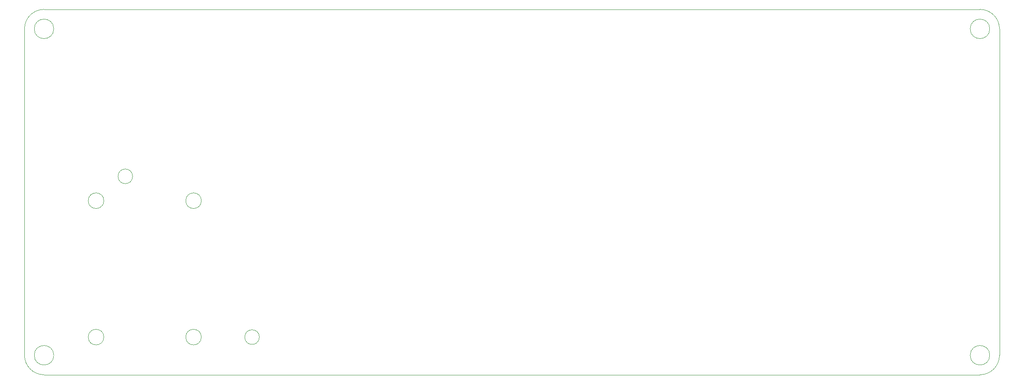
<source format=gbr>
G04 #@! TF.GenerationSoftware,KiCad,Pcbnew,5.1.5+dfsg1-2build2*
G04 #@! TF.CreationDate,2020-07-19T22:13:21-05:00*
G04 #@! TF.ProjectId,pi-nixie,70692d6e-6978-4696-952e-6b696361645f,rev?*
G04 #@! TF.SameCoordinates,Original*
G04 #@! TF.FileFunction,Profile,NP*
%FSLAX46Y46*%
G04 Gerber Fmt 4.6, Leading zero omitted, Abs format (unit mm)*
G04 Created by KiCad (PCBNEW 5.1.5+dfsg1-2build2) date 2020-07-19 22:13:21*
%MOMM*%
%LPD*%
G04 APERTURE LIST*
%ADD10C,0.120000*%
%ADD11C,0.050000*%
G04 APERTURE END LIST*
D10*
X22175000Y-34275000D02*
G75*
G03X22175000Y-34275000I-1500000J0D01*
G01*
X48175000Y-67275000D02*
G75*
G03X48175000Y-67275000I-1500000J0D01*
G01*
X36275000Y-39275000D02*
G75*
G03X36275000Y-39275000I-1600000J0D01*
G01*
X16275000Y-39275000D02*
G75*
G03X16275000Y-39275000I-1600000J0D01*
G01*
X36275000Y-67275000D02*
G75*
G03X36275000Y-67275000I-1600000J0D01*
G01*
X16275000Y-67275000D02*
G75*
G03X16275000Y-67275000I-1600000J0D01*
G01*
D11*
X196000000Y0D02*
G75*
G02X200000000Y-4000000I0J-4000000D01*
G01*
X198000000Y-4000000D02*
G75*
G03X198000000Y-4000000I-2000000J0D01*
G01*
X200000000Y-71000000D02*
G75*
G02X196000000Y-75000000I-4000000J0D01*
G01*
D10*
X198000000Y-71000000D02*
G75*
G03X198000000Y-71000000I-2000000J0D01*
G01*
D11*
X4000000Y-75000000D02*
G75*
G02X0Y-71000000I0J4000000D01*
G01*
X6000000Y-71000000D02*
G75*
G03X6000000Y-71000000I-2000000J0D01*
G01*
X0Y-4000000D02*
G75*
G02X4000000Y0I4000000J0D01*
G01*
X6000000Y-4000000D02*
G75*
G03X6000000Y-4000000I-2000000J0D01*
G01*
X0Y-4000000D02*
X0Y-71000000D01*
X196000000Y-75000000D02*
X4000000Y-75000000D01*
X200000000Y-4000000D02*
X200000000Y-71000000D01*
X4000000Y0D02*
X196000000Y0D01*
M02*

</source>
